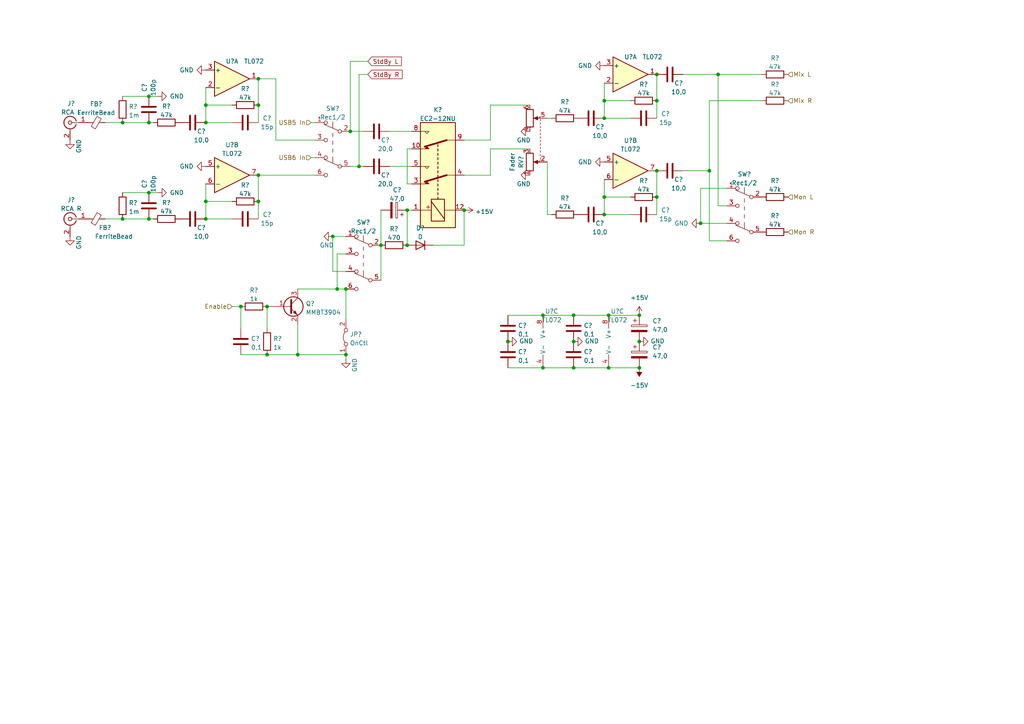
<source format=kicad_sch>
(kicad_sch (version 20211123) (generator eeschema)
  (paper "A4")
  (lib_symbols
    (symbol "Amplifier_Operational:TL072" (pin_names (offset 0.127))
      (property "Reference" "U" (at 0 5.08 0))
      (property "Value" "TL072" (at 0 -5.08 0))
      (symbol "TL072_1_1"
        (polyline (pts (xy -5.08 5.08) (xy 5.08 0) (xy -5.08 -5.08) (xy -5.08 5.08)) (stroke (width 0.254)) (fill (type background)))
        (pin output line (at 7.62 0 180) (length 2.54) (name "~") (number "1"))
        (pin input line (at -7.62 -2.54 0) (length 2.54) (name "-") (number "2"))
        (pin input line (at -7.62 2.54 0) (length 2.54) (name "+") (number "3"))
      )
      (symbol "TL072_2_1"
        (polyline (pts (xy -5.08 5.08) (xy 5.08 0) (xy -5.08 -5.08) (xy -5.08 5.08)) (stroke (width 0.254)) (fill (type background)))
        (pin input line (at -7.62 2.54 0) (length 2.54) (name "+") (number "5"))
        (pin input line (at -7.62 -2.54 0) (length 2.54) (name "-") (number "6"))
        (pin output line (at 7.62 0 180) (length 2.54) (name "~") (number "7"))
      )
      (symbol "TL072_3_1"
        (pin power_in line (at -2.54 -7.62 90) (length 3.81) (name "V-") (number "4"))
        (pin power_in line (at -2.54 7.62 270) (length 3.81) (name "V+") (number "8"))
      )
    )
    (symbol "Connector:Conn_Coaxial" (pin_names (offset 1.016) hide)
      (property "Reference" "J" (at 0.254 3.048 0))
      (property "Value" "Conn_Coaxial" (at 2.921 0 90))
      (symbol "Conn_Coaxial_0_1"
        (arc (start -1.778 -0.508) (mid 0.2311 -1.8066) (end 1.778 0) (stroke (width 0.254)))
        (polyline (pts (xy -2.54 0) (xy -0.508 0)))
        (polyline (pts (xy 0 -2.54) (xy 0 -1.778)))
        (circle (center 0 0) (radius 0.508) (stroke (width 0.2032)))
        (arc (start 1.778 0) (mid 0.2099 1.8101) (end -1.778 0.508) (stroke (width 0.254)))
      )
      (symbol "Conn_Coaxial_1_1"
        (pin passive line (at -5.08 0 0) (length 2.54) (name "In") (number "1"))
        (pin passive line (at 0 -5.08 90) (length 2.54) (name "Ext") (number "2"))
      )
    )
    (symbol "Device:C" (pin_numbers hide) (pin_names (offset 0.254))
      (property "Reference" "C" (at 0.635 2.54 0))
      (property "Value" "C" (at 0.635 -2.54 0))
      (symbol "C_0_1"
        (polyline (pts (xy -2.032 -0.762) (xy 2.032 -0.762)) (stroke (width 0.508)))
        (polyline (pts (xy -2.032 0.762) (xy 2.032 0.762)) (stroke (width 0.508)))
      )
      (symbol "C_1_1"
        (pin passive line (at 0 3.81 270) (length 2.794) (name "~") (number "1"))
        (pin passive line (at 0 -3.81 90) (length 2.794) (name "~") (number "2"))
      )
    )
    (symbol "Device:C_Polarized" (pin_numbers hide) (pin_names (offset 0.254))
      (property "Reference" "C" (at 0.635 2.54 0))
      (property "Value" "C_Polarized" (at 0.635 -2.54 0))
      (symbol "C_Polarized_0_1"
        (rectangle (start -2.286 0.508) (end 2.286 1.016))
        (polyline (pts (xy -1.778 2.286) (xy -0.762 2.286)))
        (polyline (pts (xy -1.27 2.794) (xy -1.27 1.778)))
        (rectangle (start 2.286 -0.508) (end -2.286 -1.016) (fill (type outline)))
      )
      (symbol "C_Polarized_1_1"
        (pin passive line (at 0 3.81 270) (length 2.794) (name "~") (number "1"))
        (pin passive line (at 0 -3.81 90) (length 2.794) (name "~") (number "2"))
      )
    )
    (symbol "Device:D" (pin_numbers hide) (pin_names (offset 1.016) hide)
      (property "Reference" "D" (at 0 2.54 0))
      (property "Value" "D" (at 0 -2.54 0))
      (symbol "D_0_1"
        (polyline (pts (xy -1.27 1.27) (xy -1.27 -1.27)) (stroke (width 0.254)))
        (polyline (pts (xy 1.27 0) (xy -1.27 0)))
        (polyline (pts (xy 1.27 1.27) (xy 1.27 -1.27) (xy -1.27 0) (xy 1.27 1.27)) (stroke (width 0.254)))
      )
      (symbol "D_1_1"
        (pin passive line (at -3.81 0 0) (length 2.54) (name "K") (number "1"))
        (pin passive line (at 3.81 0 180) (length 2.54) (name "A") (number "2"))
      )
    )
    (symbol "Device:FerriteBead_Small" (pin_numbers hide) (pin_names (offset 0))
      (property "Reference" "FB" (at 1.905 1.27 0))
      (property "Value" "FerriteBead_Small" (at 1.905 -1.27 0))
      (symbol "FerriteBead_Small_0_1"
        (polyline (pts (xy 0 -1.27) (xy 0 -0.7874)))
        (polyline (pts (xy 0 0.889) (xy 0 1.2954)))
        (polyline (pts (xy -1.8288 0.2794) (xy -1.1176 1.4986) (xy 1.8288 -0.2032) (xy 1.1176 -1.4224) (xy -1.8288 0.2794)))
      )
      (symbol "FerriteBead_Small_1_1"
        (pin passive line (at 0 2.54 270) (length 1.27) (name "~") (number "1"))
        (pin passive line (at 0 -2.54 90) (length 1.27) (name "~") (number "2"))
      )
    )
    (symbol "Device:R" (pin_numbers hide) (pin_names (offset 0))
      (property "Reference" "R" (at 2.032 0 90))
      (property "Value" "R" (at 0 0 90))
      (symbol "R_0_1"
        (rectangle (start -1.016 -2.54) (end 1.016 2.54) (stroke (width 0.254)))
      )
      (symbol "R_1_1"
        (pin passive line (at 0 3.81 270) (length 1.27) (name "~") (number "1"))
        (pin passive line (at 0 -3.81 90) (length 1.27) (name "~") (number "2"))
      )
    )
    (symbol "Device:R_Potentiometer_Dual" (pin_names (offset 1.016) hide)
      (property "Reference" "RV" (at 0 3.81 0))
      (property "Value" "R_Potentiometer_Dual" (at 0 1.905 0))
      (symbol "R_Potentiometer_Dual_0_1"
        (rectangle (start -8.89 -1.524) (end -3.81 -3.556) (stroke (width 0.254)))
        (polyline (pts (xy -6.35 0) (xy -6.35 -1.016)))
        (polyline (pts (xy -6.35 0) (xy -6.35 -1.016)))
        (polyline (pts (xy -6.35 0) (xy -5.842 0.508)))
        (polyline (pts (xy -5.588 0.508) (xy -5.08 0.508)))
        (polyline (pts (xy -4.572 0.508) (xy -4.064 0.508)))
        (polyline (pts (xy -3.556 0.508) (xy -3.048 0.508)))
        (polyline (pts (xy -2.54 0.508) (xy -2.032 0.508)))
        (polyline (pts (xy -1.524 0.508) (xy -1.016 0.508)))
        (polyline (pts (xy -0.508 0.508) (xy 0 0.508)))
        (polyline (pts (xy 0.508 0.508) (xy 1.016 0.508)))
        (polyline (pts (xy 1.524 0.508) (xy 2.032 0.508)))
        (polyline (pts (xy 2.54 0.508) (xy 3.048 0.508)))
        (polyline (pts (xy 3.556 0.508) (xy 4.064 0.508)))
        (polyline (pts (xy 4.572 0.508) (xy 5.08 0.508)))
        (polyline (pts (xy 5.588 0.508) (xy 6.096 0.508)))
        (polyline (pts (xy 6.35 0) (xy 6.35 -1.016)))
        (polyline (pts (xy 6.35 0) (xy 6.35 -1.016)))
        (polyline (pts (xy 6.604 0.508) (xy 6.858 0.508) (xy 6.35 0)))
        (polyline (pts (xy -6.35 -1.397) (xy -6.858 -0.254) (xy -5.842 -0.254) (xy -6.35 -1.397)) (fill (type outline)))
        (polyline (pts (xy 6.35 -1.397) (xy 5.842 -0.254) (xy 6.858 -0.254) (xy 6.35 -1.397)) (fill (type outline)))
        (rectangle (start 3.81 -1.524) (end 8.89 -3.556) (stroke (width 0.254)))
      )
      (symbol "R_Potentiometer_Dual_1_1"
        (pin passive line (at -10.16 -2.54 0) (length 1.27) (name "1") (number "1"))
        (pin passive line (at -6.35 2.54 270) (length 2.54) (name "2") (number "2"))
        (pin passive line (at -2.54 -2.54 180) (length 1.27) (name "3") (number "3"))
        (pin passive line (at 2.54 -2.54 0) (length 1.27) (name "4") (number "4"))
        (pin passive line (at 6.35 2.54 270) (length 2.54) (name "5") (number "5"))
        (pin passive line (at 10.16 -2.54 180) (length 1.27) (name "6") (number "6"))
      )
    )
    (symbol "Jumper:Jumper_2_Bridged" (pin_names (offset 0) hide)
      (property "Reference" "JP" (at 0 1.905 0))
      (property "Value" "Jumper_2_Bridged" (at 0 -2.54 0))
      (symbol "Jumper_2_Bridged_0_0"
        (circle (center -2.032 0) (radius 0.508))
        (circle (center 2.032 0) (radius 0.508))
      )
      (symbol "Jumper_2_Bridged_0_1"
        (arc (start 1.524 0.254) (mid 0 0.762) (end -1.524 0.254))
      )
      (symbol "Jumper_2_Bridged_1_1"
        (pin passive line (at -5.08 0 0) (length 2.54) (name "A") (number "1"))
        (pin passive line (at 5.08 0 180) (length 2.54) (name "B") (number "2"))
      )
    )
    (symbol "Relay:EC2-12NU"
      (property "Reference" "K" (at 15.24 8.89 0))
      (property "Value" "EC2-12NU" (at 19.05 6.35 0))
      (symbol "EC2-12NU_1_1"
        (rectangle (start -15.24 5.08) (end 15.24 -5.08) (stroke (width 0.254)) (fill (type background)))
        (rectangle (start -13.335 1.905) (end -6.985 -1.905) (stroke (width 0.254)))
        (polyline (pts (xy -12.7 -1.905) (xy -7.62 1.905)) (stroke (width 0.254)))
        (polyline (pts (xy -10.16 -5.08) (xy -10.16 -1.905)))
        (polyline (pts (xy -10.16 5.08) (xy -10.16 1.905)))
        (polyline (pts (xy -6.985 0) (xy -6.35 0)) (stroke (width 0.254)))
        (polyline (pts (xy -5.715 0) (xy -5.08 0)) (stroke (width 0.254)))
        (polyline (pts (xy -4.445 0) (xy -3.81 0)) (stroke (width 0.254)))
        (polyline (pts (xy -3.175 0) (xy -2.54 0)) (stroke (width 0.254)))
        (polyline (pts (xy -1.905 0) (xy -1.27 0)) (stroke (width 0.254)))
        (polyline (pts (xy -0.635 0) (xy 0 0)) (stroke (width 0.254)))
        (polyline (pts (xy 0 -2.54) (xy -1.905 3.81)) (stroke (width 0.508)))
        (polyline (pts (xy 0 -2.54) (xy 0 -5.08)))
        (polyline (pts (xy 0.635 0) (xy 1.27 0)) (stroke (width 0.254)))
        (polyline (pts (xy 1.905 0) (xy 2.54 0)) (stroke (width 0.254)))
        (polyline (pts (xy 3.175 0) (xy 3.81 0)) (stroke (width 0.254)))
        (polyline (pts (xy 4.445 0) (xy 5.08 0)) (stroke (width 0.254)))
        (polyline (pts (xy 5.715 0) (xy 6.35 0)) (stroke (width 0.254)))
        (polyline (pts (xy 6.985 0) (xy 7.62 0)) (stroke (width 0.254)))
        (polyline (pts (xy 8.255 0) (xy 8.89 0)) (stroke (width 0.254)))
        (polyline (pts (xy 10.16 -2.54) (xy 8.255 3.81)) (stroke (width 0.508)))
        (polyline (pts (xy 10.16 -2.54) (xy 10.16 -5.08)))
        (polyline (pts (xy -2.54 5.08) (xy -2.54 2.54) (xy -1.905 3.175) (xy -2.54 3.81)) (fill (type outline)))
        (polyline (pts (xy 2.54 5.08) (xy 2.54 2.54) (xy 1.905 3.175) (xy 2.54 3.81)))
        (polyline (pts (xy 7.62 5.08) (xy 7.62 2.54) (xy 8.255 3.175) (xy 7.62 3.81)) (fill (type outline)))
        (polyline (pts (xy 12.7 5.08) (xy 12.7 2.54) (xy 12.065 3.175) (xy 12.7 3.81)))
        (text "+" (at -9.271 2.921 0) (effects (font (size 1.27 1.27))))
        (pin passive line (at -10.16 7.62 270) (length 2.54) (name "~") (number "1"))
        (pin passive line (at 7.62 7.62 270) (length 2.54) (name "~") (number "10"))
        (pin passive line (at -10.16 -7.62 90) (length 2.54) (name "~") (number "12"))
        (pin passive line (at -2.54 7.62 270) (length 2.54) (name "~") (number "3"))
        (pin passive line (at 0 -7.62 90) (length 2.54) (name "~") (number "4"))
        (pin passive line (at 2.54 7.62 270) (length 2.54) (name "~") (number "5"))
        (pin passive line (at 12.7 7.62 270) (length 2.54) (name "~") (number "8"))
        (pin passive line (at 10.16 -7.62 90) (length 2.54) (name "~") (number "9"))
      )
    )
    (symbol "Switch:SW_Push_DPDT" (pin_names (offset 0) hide)
      (property "Reference" "SW" (at 0 8.89 0))
      (property "Value" "SW_Push_DPDT" (at 0 -10.16 0))
      (symbol "SW_Push_DPDT_0_0"
        (circle (center -2.032 -5.08) (radius 0.508))
        (circle (center -2.032 5.08) (radius 0.508))
        (circle (center 2.032 -7.62) (radius 0.508))
        (circle (center 2.032 2.54) (radius 0.508))
      )
      (symbol "SW_Push_DPDT_0_1"
        (polyline (pts (xy -1.524 -4.826) (xy 2.54 -3.048)))
        (polyline (pts (xy -1.524 5.334) (xy 2.54 7.112)))
        (polyline (pts (xy 0 -2.286) (xy 0 -4.064)))
        (polyline (pts (xy 0 -1.016) (xy 0 0)))
        (polyline (pts (xy 0 1.27) (xy 0 2.286)))
        (polyline (pts (xy 0 3.556) (xy 0 4.572)))
        (polyline (pts (xy 0 7.874) (xy 0 6.096)))
        (circle (center 2.032 -2.54) (radius 0.508))
        (circle (center 2.032 7.62) (radius 0.508))
      )
      (symbol "SW_Push_DPDT_1_1"
        (pin passive line (at 5.08 7.62 180) (length 2.54) (name "A") (number "1"))
        (pin passive line (at -5.08 5.08 0) (length 2.54) (name "B") (number "2"))
        (pin passive line (at 5.08 2.54 180) (length 2.54) (name "C") (number "3"))
        (pin passive line (at 5.08 -2.54 180) (length 2.54) (name "A") (number "4"))
        (pin passive line (at -5.08 -5.08 0) (length 2.54) (name "B") (number "5"))
        (pin passive line (at 5.08 -7.62 180) (length 2.54) (name "C") (number "6"))
      )
    )
    (symbol "Transistor_BJT:MMBT3904" (pin_names (offset 0) hide)
      (property "Reference" "Q" (at 5.08 1.905 0))
      (property "Value" "MMBT3904" (at 5.08 0 0))
      (symbol "MMBT3904_0_1"
        (polyline (pts (xy 0.635 0.635) (xy 2.54 2.54)))
        (polyline (pts (xy 0.635 -0.635) (xy 2.54 -2.54) (xy 2.54 -2.54)))
        (polyline (pts (xy 0.635 1.905) (xy 0.635 -1.905) (xy 0.635 -1.905)) (stroke (width 0.508)))
        (polyline (pts (xy 1.27 -1.778) (xy 1.778 -1.27) (xy 2.286 -2.286) (xy 1.27 -1.778) (xy 1.27 -1.778)) (fill (type outline)))
        (circle (center 1.27 0) (radius 2.8194) (stroke (width 0.254)))
      )
      (symbol "MMBT3904_1_1"
        (pin input line (at -5.08 0 0) (length 5.715) (name "B") (number "1"))
        (pin passive line (at 2.54 -5.08 90) (length 2.54) (name "E") (number "2"))
        (pin passive line (at 2.54 5.08 270) (length 2.54) (name "C") (number "3"))
      )
    )
    (symbol "power:+15V" (power) (pin_names (offset 0))
      (property "Value" "+15V" (at 0 3.556 0))
      (symbol "+15V_0_1"
        (polyline (pts (xy -0.762 1.27) (xy 0 2.54)))
        (polyline (pts (xy 0 0) (xy 0 2.54)))
        (polyline (pts (xy 0 2.54) (xy 0.762 1.27)))
      )
      (symbol "+15V_1_1"
        (pin power_in line (at 0 0 90) (length 0) hide (name "+15V") (number "1"))
      )
    )
    (symbol "power:-15V" (power) (pin_names (offset 0))
      (property "Value" "-15V" (at 0 3.81 0))
      (symbol "-15V_0_0"
        (pin power_in line (at 0 0 90) (length 0) hide (name "-15V") (number "1"))
      )
      (symbol "-15V_0_1"
        (polyline (pts (xy 0 0) (xy 0 1.27) (xy 0.762 1.27) (xy 0 2.54) (xy -0.762 1.27) (xy 0 1.27)) (fill (type outline)))
      )
    )
    (symbol "power:GND" (power) (pin_names (offset 0))
      (property "Value" "GND" (at 0 -3.81 0))
      (symbol "GND_0_1"
        (polyline (pts (xy 0 0) (xy 0 -1.27) (xy 1.27 -1.27) (xy 0 -2.54) (xy -1.27 -1.27) (xy 0 -1.27)))
      )
      (symbol "GND_1_1"
        (pin power_in line (at 0 0 270) (length 0) hide (name "GND") (number "1"))
      )
    )
  )
  (junction (at 59.69 30.48))
  (junction (at 43.18 63.5))
  (junction (at 175.26 62.23))
  (junction (at 118.11 60.96))
  (junction (at 101.6 38.1))
  (junction (at 86.36 102.87))
  (junction (at 77.47 88.9))
  (junction (at 175.26 29.21))
  (junction (at 97.79 83.82))
  (junction (at 185.42 99.06))
  (junction (at 190.5 29.21))
  (junction (at 134.62 60.96))
  (junction (at 190.5 21.59))
  (junction (at 205.74 49.53))
  (junction (at 190.5 57.15))
  (junction (at 96.52 68.58))
  (junction (at 43.18 35.56))
  (junction (at 100.33 102.87))
  (junction (at 185.42 106.68))
  (junction (at 59.69 35.56))
  (junction (at 166.37 106.68))
  (junction (at 77.47 102.87))
  (junction (at 74.93 22.86))
  (junction (at 185.42 91.44))
  (junction (at 157.48 91.44))
  (junction (at 176.53 91.44))
  (junction (at 43.18 27.94))
  (junction (at 74.93 30.48))
  (junction (at 208.28 21.59))
  (junction (at 203.2 64.77))
  (junction (at 104.14 48.26))
  (junction (at 35.56 35.56))
  (junction (at 69.85 88.9))
  (junction (at 147.32 99.06))
  (junction (at 190.5 49.53))
  (junction (at 110.49 71.12))
  (junction (at 74.93 50.8))
  (junction (at 166.37 99.06))
  (junction (at 74.93 58.42))
  (junction (at 166.37 91.44))
  (junction (at 157.48 106.68))
  (junction (at 175.26 34.29))
  (junction (at 175.26 57.15))
  (junction (at 100.33 83.82))
  (junction (at 176.53 106.68))
  (junction (at 35.56 63.5))
  (junction (at 59.69 58.42))
  (junction (at 43.18 55.88))
  (junction (at 118.11 71.12))
  (junction (at 59.69 63.5))
  (wire (pts (xy 190.5 29.21) (xy 190.5 34.29)))
  (wire (pts (xy 166.37 91.44) (xy 176.53 91.44)))
  (wire (pts (xy 182.88 34.29) (xy 175.26 34.29)))
  (wire (pts (xy 106.68 21.59) (xy 104.14 21.59)))
  (wire (pts (xy 67.31 35.56) (xy 59.69 35.56)))
  (wire (pts (xy 205.74 69.85) (xy 205.74 49.53)))
  (wire (pts (xy 205.74 29.21) (xy 205.74 49.53)))
  (wire (pts (xy 118.11 43.18) (xy 118.11 53.34)))
  (wire (pts (xy 35.56 63.5) (xy 43.18 63.5)))
  (wire (pts (xy 158.75 34.29) (xy 160.02 34.29)))
  (wire (pts (xy 105.41 38.1) (xy 101.6 38.1)))
  (wire (pts (xy 67.31 88.9) (xy 69.85 88.9)))
  (wire (pts (xy 74.93 50.8) (xy 91.44 50.8)))
  (wire (pts (xy 158.75 46.99) (xy 158.75 62.23)))
  (wire (pts (xy 176.53 106.68) (xy 185.42 106.68)))
  (wire (pts (xy 74.93 30.48) (xy 74.93 35.56)))
  (wire (pts (xy 203.2 64.77) (xy 210.82 64.77)))
  (wire (pts (xy 77.47 102.87) (xy 86.36 102.87)))
  (wire (pts (xy 100.33 83.82) (xy 100.33 92.71)))
  (wire (pts (xy 59.69 30.48) (xy 59.69 25.4)))
  (wire (pts (xy 157.48 106.68) (xy 166.37 106.68)))
  (wire (pts (xy 175.26 57.15) (xy 175.26 52.07)))
  (wire (pts (xy 35.56 55.88) (xy 43.18 55.88)))
  (wire (pts (xy 97.79 73.66) (xy 97.79 83.82)))
  (wire (pts (xy 190.5 21.59) (xy 190.5 29.21)))
  (wire (pts (xy 153.67 30.48) (xy 142.24 30.48)))
  (wire (pts (xy 113.03 38.1) (xy 119.38 38.1)))
  (wire (pts (xy 106.68 17.78) (xy 101.6 17.78)))
  (wire (pts (xy 182.88 29.21) (xy 175.26 29.21)))
  (wire (pts (xy 113.03 48.26) (xy 119.38 48.26)))
  (wire (pts (xy 153.67 43.18) (xy 142.24 43.18)))
  (wire (pts (xy 100.33 73.66) (xy 97.79 73.66)))
  (wire (pts (xy 190.5 57.15) (xy 190.5 62.23)))
  (wire (pts (xy 86.36 83.82) (xy 97.79 83.82)))
  (wire (pts (xy 96.52 68.58) (xy 100.33 68.58)))
  (wire (pts (xy 166.37 106.68) (xy 176.53 106.68)))
  (wire (pts (xy 110.49 60.96) (xy 110.49 71.12)))
  (wire (pts (xy 74.93 50.8) (xy 74.93 58.42)))
  (wire (pts (xy 59.69 35.56) (xy 59.69 30.48)))
  (wire (pts (xy 104.14 21.59) (xy 104.14 48.26)))
  (wire (pts (xy 210.82 59.69) (xy 208.28 59.69)))
  (wire (pts (xy 142.24 50.8) (xy 134.62 50.8)))
  (wire (pts (xy 101.6 17.78) (xy 101.6 38.1)))
  (wire (pts (xy 176.53 91.44) (xy 185.42 91.44)))
  (wire (pts (xy 175.26 29.21) (xy 175.26 24.13)))
  (wire (pts (xy 198.12 21.59) (xy 208.28 21.59)))
  (wire (pts (xy 104.14 48.26) (xy 101.6 48.26)))
  (wire (pts (xy 69.85 88.9) (xy 69.85 95.25)))
  (wire (pts (xy 69.85 102.87) (xy 77.47 102.87)))
  (wire (pts (xy 147.32 106.68) (xy 157.48 106.68)))
  (wire (pts (xy 80.01 22.86) (xy 74.93 22.86)))
  (wire (pts (xy 142.24 30.48) (xy 142.24 40.64)))
  (wire (pts (xy 43.18 55.88) (xy 45.72 55.88)))
  (wire (pts (xy 110.49 71.12) (xy 110.49 81.28)))
  (wire (pts (xy 67.31 30.48) (xy 59.69 30.48)))
  (wire (pts (xy 118.11 53.34) (xy 119.38 53.34)))
  (wire (pts (xy 59.69 58.42) (xy 59.69 53.34)))
  (wire (pts (xy 147.32 91.44) (xy 157.48 91.44)))
  (wire (pts (xy 86.36 102.87) (xy 100.33 102.87)))
  (wire (pts (xy 35.56 27.94) (xy 43.18 27.94)))
  (wire (pts (xy 158.75 62.23) (xy 160.02 62.23)))
  (wire (pts (xy 119.38 43.18) (xy 118.11 43.18)))
  (wire (pts (xy 91.44 35.56) (xy 90.17 35.56)))
  (wire (pts (xy 190.5 49.53) (xy 190.5 57.15)))
  (wire (pts (xy 100.33 104.14) (xy 100.33 102.87)))
  (wire (pts (xy 97.79 83.82) (xy 100.33 83.82)))
  (wire (pts (xy 30.48 63.5) (xy 35.56 63.5)))
  (wire (pts (xy 67.31 63.5) (xy 59.69 63.5)))
  (wire (pts (xy 59.69 63.5) (xy 59.69 58.42)))
  (wire (pts (xy 142.24 40.64) (xy 134.62 40.64)))
  (wire (pts (xy 35.56 35.56) (xy 43.18 35.56)))
  (wire (pts (xy 91.44 40.64) (xy 80.01 40.64)))
  (wire (pts (xy 175.26 34.29) (xy 175.26 29.21)))
  (wire (pts (xy 175.26 62.23) (xy 175.26 57.15)))
  (wire (pts (xy 67.31 58.42) (xy 59.69 58.42)))
  (wire (pts (xy 134.62 71.12) (xy 134.62 60.96)))
  (wire (pts (xy 208.28 21.59) (xy 220.98 21.59)))
  (wire (pts (xy 203.2 54.61) (xy 203.2 64.77)))
  (wire (pts (xy 118.11 60.96) (xy 118.11 71.12)))
  (wire (pts (xy 210.82 54.61) (xy 203.2 54.61)))
  (wire (pts (xy 182.88 57.15) (xy 175.26 57.15)))
  (wire (pts (xy 77.47 88.9) (xy 78.74 88.9)))
  (wire (pts (xy 220.98 29.21) (xy 205.74 29.21)))
  (wire (pts (xy 96.52 78.74) (xy 96.52 68.58)))
  (wire (pts (xy 125.73 71.12) (xy 134.62 71.12)))
  (wire (pts (xy 208.28 59.69) (xy 208.28 21.59)))
  (wire (pts (xy 86.36 93.98) (xy 86.36 102.87)))
  (wire (pts (xy 142.24 43.18) (xy 142.24 50.8)))
  (wire (pts (xy 157.48 91.44) (xy 166.37 91.44)))
  (wire (pts (xy 119.38 60.96) (xy 118.11 60.96)))
  (wire (pts (xy 205.74 49.53) (xy 198.12 49.53)))
  (wire (pts (xy 74.93 58.42) (xy 74.93 63.5)))
  (wire (pts (xy 43.18 27.94) (xy 45.72 27.94)))
  (wire (pts (xy 105.41 48.26) (xy 104.14 48.26)))
  (wire (pts (xy 100.33 78.74) (xy 96.52 78.74)))
  (wire (pts (xy 43.18 35.56) (xy 44.45 35.56)))
  (wire (pts (xy 30.48 35.56) (xy 35.56 35.56)))
  (wire (pts (xy 182.88 62.23) (xy 175.26 62.23)))
  (wire (pts (xy 74.93 22.86) (xy 74.93 30.48)))
  (wire (pts (xy 80.01 40.64) (xy 80.01 22.86)))
  (wire (pts (xy 43.18 63.5) (xy 44.45 63.5)))
  (wire (pts (xy 77.47 95.25) (xy 77.47 88.9)))
  (wire (pts (xy 210.82 69.85) (xy 205.74 69.85)))
  (wire (pts (xy 91.44 45.72) (xy 90.17 45.72)))
  (global_label "StdBy L" (shape input) (at 106.68 17.78 0) (property "Intersheet References" "${INTERSHEET_REFS}" (effects hide)))
  (global_label "StdBy R" (shape input) (at 106.68 21.59 0) (property "Intersheet References" "${INTERSHEET_REFS}" (effects hide)))
  (hierarchical_label "Enable" (shape input) (at 67.31 88.9 180))
  (hierarchical_label "USB6 In" (shape input) (at 90.17 45.72 180))
  (hierarchical_label "USB5 In" (shape input) (at 90.17 35.56 180))
  (hierarchical_label "Mon L" (shape input) (at 228.6 57.15 0))
  (hierarchical_label "Mon R" (shape input) (at 228.6 67.31 0))
  (hierarchical_label "Mix R" (shape input) (at 228.6 29.21 0))
  (hierarchical_label "Mix L" (shape input) (at 228.6 21.59 0))
  (symbol (lib_id "Amplifier_Operational:TL072") (at 160.02 99.06 0) (unit 3)
    (property "Reference" "U?" (at 160.02 90.2802 0))
    (property "Value" "TL072" (at 160.02 92.8171 0))
    (property "Footprint" "Package_DIP:DIP-8_W7.62mm_LongPads" (effects hide))
    (property "Datasheet" "http://www.ti.com/lit/ds/symlink/tl071.pdf" (effects hide))
  )
  (symbol (lib_id "Device:C") (at 166.37 102.87 180) (unit 1)
    (property "Reference" "C?" (at 169.291 102.0353 0) (effects (justify right)))
    (property "Value" "0,1" (at 169.291 104.5722 0) (effects (justify right)))
    (property "Footprint" "Capacitor_SMD:C_1206_3216Metric_Pad1.33x1.80mm_HandSolder" (effects hide))
  )
  (symbol (lib_id "Device:R") (at 77.47 99.06 180) (unit 1)
    (property "Reference" "R?" (at 79.248 98.2253 0) (effects (justify right)))
    (property "Value" "1k" (at 79.248 100.7622 0) (effects (justify right)))
    (property "Footprint" "Resistor_SMD:R_1206_3216Metric_Pad1.30x1.75mm_HandSolder" (effects hide))
  )
  (symbol (lib_id "power:+15V") (at 185.42 91.44 0) (unit 1)
    (property "Reference" "#PWR?" (effects hide))
    (property "Value" "+15V" (at 185.42 86.36 0))
  )
  (symbol (lib_id "Device:R") (at 48.26 63.5 90) (unit 1)
    (property "Reference" "R?" (at 48.26 58.7842 90))
    (property "Value" "47k" (at 48.26 61.3211 90))
    (property "Footprint" "Resistor_SMD:R_1206_3216Metric_Pad1.30x1.75mm_HandSolder" (effects hide))
  )
  (symbol (lib_id "Device:R") (at 224.79 29.21 90) (unit 1)
    (property "Reference" "R?" (at 224.79 24.4942 90))
    (property "Value" "47k" (at 224.79 27.0311 90))
    (property "Footprint" "Resistor_SMD:R_1206_3216Metric_Pad1.30x1.75mm_HandSolder" (effects hide))
  )
  (symbol (lib_id "Device:R") (at 186.69 57.15 90) (unit 1)
    (property "Reference" "R?" (at 186.69 52.4342 90))
    (property "Value" "47k" (at 186.69 54.9711 90))
    (property "Footprint" "Resistor_SMD:R_1206_3216Metric_Pad1.30x1.75mm_HandSolder" (effects hide))
  )
  (symbol (lib_id "power:GND") (at 175.26 46.99 270) (unit 1)
    (property "Reference" "#PWR?" (effects hide))
    (property "Value" "GND" (at 167.64 46.99 90) (effects (justify left)))
  )
  (symbol (lib_id "power:GND") (at 147.32 99.06 90) (unit 1)
    (property "Reference" "#PWR?" (effects hide))
    (property "Value" "GND" (at 150.5712 98.933 90) (effects (justify right)))
  )
  (symbol (lib_id "Device:R") (at 73.66 88.9 270) (unit 1)
    (property "Reference" "R?" (at 73.66 84.1842 90))
    (property "Value" "1k" (at 73.66 86.7211 90))
    (property "Footprint" "Resistor_SMD:R_1206_3216Metric_Pad1.30x1.75mm_HandSolder" (effects hide))
  )
  (symbol (lib_id "power:-15V") (at 185.42 106.68 180) (unit 1)
    (property "Reference" "#PWR?" (effects hide))
    (property "Value" "-15V" (at 185.42 111.76 0))
  )
  (symbol (lib_id "Device:C") (at 109.22 48.26 90) (unit 1)
    (property "Reference" "C?" (at 111.76 50.8 90))
    (property "Value" "20,0" (at 111.76 53.34 90))
    (property "Footprint" "Capacitor_SMD:C_1206_3216Metric_Pad1.33x1.80mm_HandSolder" (effects hide))
  )
  (symbol (lib_id "power:GND") (at 203.2 64.77 270) (unit 1)
    (property "Reference" "#PWR?" (effects hide))
    (property "Value" "GND" (at 195.58 64.77 90) (effects (justify left)))
  )
  (symbol (lib_id "Device:C") (at 69.85 99.06 180) (unit 1)
    (property "Reference" "C?" (at 72.771 98.2253 0) (effects (justify right)))
    (property "Value" "0,1" (at 72.771 100.7622 0) (effects (justify right)))
    (property "Footprint" "Capacitor_SMD:C_1206_3216Metric_Pad1.33x1.80mm_HandSolder" (effects hide))
  )
  (symbol (lib_id "Device:FerriteBead_Small") (at 27.94 35.56 90) (unit 1)
    (property "Reference" "FB?" (at 27.9019 30.1584 90))
    (property "Value" "FerriteBead" (at 27.9019 32.6953 90))
  )
  (symbol (lib_id "Device:C") (at 43.18 31.75 180) (unit 1)
    (property "Reference" "C?" (at 41.91 25.4 90))
    (property "Value" "100p" (at 44.45 25.4 90))
    (property "Footprint" "Capacitor_THT:C_Disc_D5.0mm_W2.5mm_P2.50mm" (effects hide))
  )
  (symbol (lib_id "power:GND") (at 153.67 50.8 270) (unit 1)
    (property "Reference" "#PWR?" (effects hide))
    (property "Value" "GND" (at 149.86 53.34 90) (effects (justify left)))
  )
  (symbol (lib_id "power:GND") (at 175.26 19.05 270) (unit 1)
    (property "Reference" "#PWR?" (effects hide))
    (property "Value" "GND" (at 167.64 19.05 90) (effects (justify left)))
  )
  (symbol (lib_id "Device:R") (at 48.26 35.56 90) (unit 1)
    (property "Reference" "R?" (at 48.26 30.8442 90))
    (property "Value" "47k" (at 48.26 33.3811 90))
    (property "Footprint" "Resistor_SMD:R_1206_3216Metric_Pad1.30x1.75mm_HandSolder" (effects hide))
  )
  (symbol (lib_id "power:GND") (at 45.72 27.94 90) (unit 1)
    (property "Reference" "#PWR?" (effects hide))
    (property "Value" "GND" (at 53.34 27.94 90) (effects (justify left)))
  )
  (symbol (lib_id "Relay:EC2-12NU") (at 127 50.8 90) (unit 1)
    (property "Reference" "K?" (at 127 31.8602 90))
    (property "Value" "EC2-12NU" (at 127 34.3971 90))
    (property "Footprint" "Relay_THT:Relay_DPDT_Kemet_EC2" (effects hide))
    (property "Datasheet" "https://content.kemet.com/datasheets/KEM_R7002_EC2_EE2.pdf" (effects hide))
  )
  (symbol (lib_id "Device:C") (at 147.32 95.25 180) (unit 1)
    (property "Reference" "C?" (at 150.241 94.4153 0) (effects (justify right)))
    (property "Value" "0,1" (at 150.241 96.9522 0) (effects (justify right)))
    (property "Footprint" "Capacitor_SMD:C_1206_3216Metric_Pad1.33x1.80mm_HandSolder" (effects hide))
  )
  (symbol (lib_id "power:GND") (at 20.32 68.58 0) (unit 1)
    (property "Reference" "#PWR?" (effects hide))
    (property "Value" "GND" (at 22.86 72.39 90) (effects (justify left)))
  )
  (symbol (lib_id "power:GND") (at 166.37 99.06 90) (unit 1)
    (property "Reference" "#PWR?" (effects hide))
    (property "Value" "GND" (at 169.6212 98.933 90) (effects (justify right)))
  )
  (symbol (lib_id "Device:C") (at 171.45 62.23 90) (unit 1)
    (property "Reference" "C?" (at 173.99 64.77 90))
    (property "Value" "10,0" (at 173.99 67.31 90))
    (property "Footprint" "Capacitor_SMD:C_0805_2012Metric_Pad1.18x1.45mm_HandSolder" (effects hide))
  )
  (symbol (lib_id "Device:FerriteBead_Small") (at 27.94 63.5 90) (unit 1)
    (property "Reference" "FB?" (at 30.48 66.04 90))
    (property "Value" "FerriteBead" (at 33.02 68.58 90))
  )
  (symbol (lib_id "Device:D") (at 121.92 71.12 180) (unit 1)
    (property "Reference" "D?" (at 121.92 66.1502 0))
    (property "Value" "D" (at 121.92 68.6871 0))
  )
  (symbol (lib_id "Device:C") (at 147.32 102.87 180) (unit 1)
    (property "Reference" "C?" (at 150.241 102.0353 0) (effects (justify right)))
    (property "Value" "0,1" (at 150.241 104.5722 0) (effects (justify right)))
    (property "Footprint" "Capacitor_SMD:C_1206_3216Metric_Pad1.33x1.80mm_HandSolder" (effects hide))
  )
  (symbol (lib_id "Switch:SW_Push_DPDT") (at 96.52 43.18 0) (mirror y) (unit 1)
    (property "Reference" "SW?" (at 96.52 31.4792 0))
    (property "Value" "Rec1/2" (at 96.52 34.0161 0))
  )
  (symbol (lib_id "Device:R") (at 186.69 29.21 90) (unit 1)
    (property "Reference" "R?" (at 186.69 24.4942 90))
    (property "Value" "47k" (at 186.69 27.0311 90))
    (property "Footprint" "Resistor_SMD:R_1206_3216Metric_Pad1.30x1.75mm_HandSolder" (effects hide))
  )
  (symbol (lib_id "Device:C") (at 166.37 95.25 180) (unit 1)
    (property "Reference" "C?" (at 169.291 94.4153 0) (effects (justify right)))
    (property "Value" "0,1" (at 169.291 96.9522 0) (effects (justify right)))
    (property "Footprint" "Capacitor_SMD:C_1206_3216Metric_Pad1.33x1.80mm_HandSolder" (effects hide))
  )
  (symbol (lib_id "Connector:Conn_Coaxial") (at 20.32 35.56 0) (mirror y) (unit 1)
    (property "Reference" "J?" (at 20.6374 30.0336 0))
    (property "Value" "RCA L" (at 20.6374 32.5705 0))
    (property "Datasheet" " ~" (effects hide))
  )
  (symbol (lib_id "Device:R_Potentiometer_Dual") (at 156.21 40.64 270) (mirror x) (unit 1)
    (property "Reference" "RV?" (at 151.13 46.99 0))
    (property "Value" "Fader" (at 148.59 46.99 0))
  )
  (symbol (lib_id "power:GND") (at 45.72 55.88 90) (unit 1)
    (property "Reference" "#PWR?" (effects hide))
    (property "Value" "GND" (at 53.34 55.88 90) (effects (justify left)))
  )
  (symbol (lib_id "Device:C") (at 109.22 38.1 90) (unit 1)
    (property "Reference" "C?" (at 111.76 40.64 90))
    (property "Value" "20,0" (at 111.76 43.18 90))
    (property "Footprint" "Capacitor_SMD:C_1206_3216Metric_Pad1.33x1.80mm_HandSolder" (effects hide))
  )
  (symbol (lib_id "Amplifier_Operational:TL072") (at 182.88 21.59 0) (unit 1)
    (property "Reference" "U?" (at 182.88 16.51 0))
    (property "Value" "TL072" (at 189.23 16.51 0))
    (property "Footprint" "Package_DIP:DIP-8_W7.62mm_LongPads" (effects hide))
    (property "Datasheet" "http://www.ti.com/lit/ds/symlink/tl071.pdf" (effects hide))
  )
  (symbol (lib_id "Device:C") (at 71.12 35.56 90) (unit 1)
    (property "Reference" "C?" (at 77.47 34.29 90))
    (property "Value" "15p" (at 77.47 36.83 90))
    (property "Footprint" "Capacitor_THT:C_Disc_D5.0mm_W2.5mm_P2.50mm" (effects hide))
  )
  (symbol (lib_id "power:GND") (at 100.33 104.14 0) (unit 1)
    (property "Reference" "#PWR?" (effects hide))
    (property "Value" "GND" (at 102.87 107.95 90) (effects (justify left)))
  )
  (symbol (lib_id "Device:C") (at 194.31 21.59 90) (unit 1)
    (property "Reference" "C?" (at 196.85 24.13 90))
    (property "Value" "10,0" (at 196.85 26.67 90))
    (property "Footprint" "Capacitor_SMD:C_1206_3216Metric_Pad1.33x1.80mm_HandSolder" (effects hide))
  )
  (symbol (lib_id "Device:R") (at 163.83 62.23 90) (unit 1)
    (property "Reference" "R?" (at 163.83 57.5142 90))
    (property "Value" "47k" (at 163.83 60.0511 90))
    (property "Footprint" "Resistor_SMD:R_1206_3216Metric_Pad1.30x1.75mm_HandSolder" (effects hide))
  )
  (symbol (lib_id "power:GND") (at 20.32 40.64 0) (unit 1)
    (property "Reference" "#PWR?" (effects hide))
    (property "Value" "GND" (at 22.86 44.45 90) (effects (justify left)))
  )
  (symbol (lib_id "Jumper:Jumper_2_Bridged") (at 100.33 97.79 90) (unit 1)
    (property "Reference" "JP?" (at 101.473 96.9553 90) (effects (justify right)))
    (property "Value" "OnCtl" (at 101.473 99.4922 90) (effects (justify right)))
  )
  (symbol (lib_id "Amplifier_Operational:TL072") (at 182.88 49.53 0) (unit 2)
    (property "Reference" "U?" (at 182.88 40.7502 0))
    (property "Value" "TL072" (at 182.88 43.2871 0))
    (property "Footprint" "Package_DIP:DIP-8_W7.62mm_LongPads" (effects hide))
    (property "Datasheet" "http://www.ti.com/lit/ds/symlink/tl071.pdf" (effects hide))
  )
  (symbol (lib_id "power:+15V") (at 134.62 60.96 270) (unit 1)
    (property "Reference" "#PWR?" (effects hide))
    (property "Value" "+15V" (at 137.795 61.3938 90) (effects (justify left)))
  )
  (symbol (lib_id "Device:C") (at 194.31 49.53 90) (unit 1)
    (property "Reference" "C?" (at 196.85 52.07 90))
    (property "Value" "10,0" (at 196.85 54.61 90))
    (property "Footprint" "Capacitor_SMD:C_1206_3216Metric_Pad1.33x1.80mm_HandSolder" (effects hide))
  )
  (symbol (lib_id "Device:C_Polarized") (at 185.42 95.25 0) (unit 1)
    (property "Reference" "C?" (at 189.23 93.0909 0) (effects (justify left)))
    (property "Value" "47,0" (at 189.23 95.6309 0) (effects (justify left)))
    (property "Footprint" "Capacitor_THT:CP_Radial_D6.3mm_P2.50mm" (effects hide))
  )
  (symbol (lib_id "Device:R") (at 224.79 67.31 90) (unit 1)
    (property "Reference" "R?" (at 224.79 62.5942 90))
    (property "Value" "47k" (at 224.79 65.1311 90))
    (property "Footprint" "Resistor_SMD:R_1206_3216Metric_Pad1.30x1.75mm_HandSolder" (effects hide))
  )
  (symbol (lib_id "Amplifier_Operational:TL072") (at 67.31 22.86 0) (unit 1)
    (property "Reference" "U?" (at 67.31 17.78 0))
    (property "Value" "TL072" (at 73.66 17.78 0))
    (property "Footprint" "Package_DIP:DIP-8_W7.62mm_LongPads" (effects hide))
    (property "Datasheet" "http://www.ti.com/lit/ds/symlink/tl071.pdf" (effects hide))
  )
  (symbol (lib_id "Device:R") (at 224.79 21.59 90) (unit 1)
    (property "Reference" "R?" (at 224.79 16.8742 90))
    (property "Value" "47k" (at 224.79 19.4111 90))
    (property "Footprint" "Resistor_SMD:R_1206_3216Metric_Pad1.30x1.75mm_HandSolder" (effects hide))
  )
  (symbol (lib_id "Switch:SW_Push_DPDT") (at 215.9 62.23 0) (mirror y) (unit 1)
    (property "Reference" "SW?" (at 215.9 50.5292 0))
    (property "Value" "Rec1/2" (at 215.9 53.0661 0))
  )
  (symbol (lib_id "Device:R") (at 163.83 34.29 90) (unit 1)
    (property "Reference" "R?" (at 163.83 29.5742 90))
    (property "Value" "47k" (at 163.83 32.1111 90))
    (property "Footprint" "Resistor_SMD:R_1206_3216Metric_Pad1.30x1.75mm_HandSolder" (effects hide))
  )
  (symbol (lib_id "power:GND") (at 59.69 48.26 270) (unit 1)
    (property "Reference" "#PWR?" (effects hide))
    (property "Value" "GND" (at 52.07 48.26 90) (effects (justify left)))
  )
  (symbol (lib_id "Device:C") (at 43.18 59.69 180) (unit 1)
    (property "Reference" "C?" (at 41.91 53.34 90))
    (property "Value" "100p" (at 44.45 53.34 90))
    (property "Footprint" "Capacitor_THT:C_Disc_D5.0mm_W2.5mm_P2.50mm" (effects hide))
  )
  (symbol (lib_id "Device:C") (at 171.45 34.29 90) (unit 1)
    (property "Reference" "C?" (at 173.99 36.83 90))
    (property "Value" "10,0" (at 173.99 39.37 90))
    (property "Footprint" "Capacitor_SMD:C_0805_2012Metric_Pad1.18x1.45mm_HandSolder" (effects hide))
  )
  (symbol (lib_id "Device:C_Polarized") (at 185.42 102.87 0) (unit 1)
    (property "Reference" "C?" (at 189.23 100.7109 0) (effects (justify left)))
    (property "Value" "47,0" (at 189.23 103.2509 0) (effects (justify left)))
    (property "Footprint" "Capacitor_THT:CP_Radial_D6.3mm_P2.50mm" (effects hide))
  )
  (symbol (lib_id "Device:R") (at 35.56 31.75 180) (unit 1)
    (property "Reference" "R?" (at 37.338 30.9153 0) (effects (justify right)))
    (property "Value" "1m" (at 37.338 33.4522 0) (effects (justify right)))
    (property "Footprint" "Resistor_SMD:R_1206_3216Metric_Pad1.30x1.75mm_HandSolder" (effects hide))
  )
  (symbol (lib_id "Switch:SW_Push_DPDT") (at 105.41 76.2 0) (mirror y) (unit 1)
    (property "Reference" "SW?" (at 105.41 64.4992 0))
    (property "Value" "Rec1/2" (at 105.41 67.0361 0))
  )
  (symbol (lib_id "Transistor_BJT:MMBT3904") (at 83.82 88.9 0) (unit 1)
    (property "Reference" "Q?" (at 88.6714 88.0653 0) (effects (justify left)))
    (property "Value" "MMBT3904" (at 88.6714 90.6022 0) (effects (justify left)))
    (property "Footprint" "Package_TO_SOT_SMD:SOT-23" (effects hide))
    (property "Datasheet" "https://www.onsemi.com/pub/Collateral/2N3903-D.PDF" (effects hide))
  )
  (symbol (lib_id "Device:C") (at 71.12 63.5 90) (unit 1)
    (property "Reference" "C?" (at 77.47 62.23 90))
    (property "Value" "15p" (at 77.47 64.77 90))
    (property "Footprint" "Capacitor_THT:C_Disc_D5.0mm_W2.5mm_P2.50mm" (effects hide))
  )
  (symbol (lib_id "power:GND") (at 153.67 38.1 270) (unit 1)
    (property "Reference" "#PWR?" (effects hide))
    (property "Value" "GND" (at 149.86 40.64 90) (effects (justify left)))
  )
  (symbol (lib_id "Connector:Conn_Coaxial") (at 20.32 63.5 0) (mirror y) (unit 1)
    (property "Reference" "J?" (at 20.6374 57.9736 0))
    (property "Value" "RCA R" (at 20.6374 60.5105 0))
    (property "Datasheet" " ~" (effects hide))
  )
  (symbol (lib_id "Device:R") (at 114.3 71.12 90) (unit 1)
    (property "Reference" "R?" (at 114.3 66.4042 90))
    (property "Value" "470" (at 114.3 68.9411 90))
    (property "Footprint" "Resistor_SMD:R_1206_3216Metric_Pad1.30x1.75mm_HandSolder" (effects hide))
  )
  (symbol (lib_id "Device:R") (at 71.12 58.42 90) (unit 1)
    (property "Reference" "R?" (at 71.12 53.7042 90))
    (property "Value" "47k" (at 71.12 56.2411 90))
    (property "Footprint" "Resistor_SMD:R_1206_3216Metric_Pad1.30x1.75mm_HandSolder" (effects hide))
  )
  (symbol (lib_id "Device:C") (at 55.88 35.56 90) (unit 1)
    (property "Reference" "C?" (at 58.42 38.1 90))
    (property "Value" "10,0" (at 58.42 40.64 90))
    (property "Footprint" "Capacitor_SMD:C_0805_2012Metric_Pad1.18x1.45mm_HandSolder" (effects hide))
  )
  (symbol (lib_id "Device:C") (at 55.88 63.5 90) (unit 1)
    (property "Reference" "C?" (at 58.42 66.04 90))
    (property "Value" "10,0" (at 58.42 68.58 90))
    (property "Footprint" "Capacitor_SMD:C_0805_2012Metric_Pad1.18x1.45mm_HandSolder" (effects hide))
  )
  (symbol (lib_id "power:GND") (at 59.69 20.32 270) (unit 1)
    (property "Reference" "#PWR?" (effects hide))
    (property "Value" "GND" (at 52.07 20.32 90) (effects (justify left)))
  )
  (symbol (lib_id "Device:C_Polarized") (at 114.3 60.96 270) (mirror x) (unit 1)
    (property "Reference" "C?" (at 115.189 55.1012 90))
    (property "Value" "47,0" (at 115.189 57.6381 90))
    (property "Footprint" "Capacitor_THT:CP_Radial_D6.3mm_P2.50mm" (effects hide))
  )
  (symbol (lib_id "Device:C") (at 186.69 62.23 90) (unit 1)
    (property "Reference" "C?" (at 193.04 60.96 90))
    (property "Value" "15p" (at 193.04 63.5 90))
    (property "Footprint" "Capacitor_THT:C_Disc_D5.0mm_W2.5mm_P2.50mm" (effects hide))
  )
  (symbol (lib_id "Device:R") (at 224.79 57.15 90) (unit 1)
    (property "Reference" "R?" (at 224.79 52.4342 90))
    (property "Value" "47k" (at 224.79 54.9711 90))
    (property "Footprint" "Resistor_SMD:R_1206_3216Metric_Pad1.30x1.75mm_HandSolder" (effects hide))
  )
  (symbol (lib_id "Device:C") (at 186.69 34.29 90) (unit 1)
    (property "Reference" "C?" (at 193.04 33.02 90))
    (property "Value" "15p" (at 193.04 35.56 90))
    (property "Footprint" "Capacitor_THT:C_Disc_D5.0mm_W2.5mm_P2.50mm" (effects hide))
  )
  (symbol (lib_id "power:GND") (at 185.42 99.06 90) (unit 1)
    (property "Reference" "#PWR?" (effects hide))
    (property "Value" "GND" (at 188.6712 98.933 90) (effects (justify right)))
  )
  (symbol (lib_id "power:GND") (at 96.52 68.58 270) (unit 1)
    (property "Reference" "#PWR?" (effects hide))
    (property "Value" "GND" (at 92.71 71.12 90) (effects (justify left)))
  )
  (symbol (lib_id "Device:R") (at 35.56 59.69 180) (unit 1)
    (property "Reference" "R?" (at 37.338 58.8553 0) (effects (justify right)))
    (property "Value" "1m" (at 37.338 61.3922 0) (effects (justify right)))
    (property "Footprint" "Resistor_SMD:R_1206_3216Metric_Pad1.30x1.75mm_HandSolder" (effects hide))
  )
  (symbol (lib_id "Amplifier_Operational:TL072") (at 179.07 99.06 0) (unit 3)
    (property "Reference" "U?" (at 179.07 90.2802 0))
    (property "Value" "TL072" (at 179.07 92.8171 0))
    (property "Footprint" "Package_DIP:DIP-8_W7.62mm_LongPads" (effects hide))
    (property "Datasheet" "http://www.ti.com/lit/ds/symlink/tl071.pdf" (effects hide))
  )
  (symbol (lib_id "Device:R") (at 71.12 30.48 90) (unit 1)
    (property "Reference" "R?" (at 71.12 25.7642 90))
    (property "Value" "47k" (at 71.12 28.3011 90))
    (property "Footprint" "Resistor_SMD:R_1206_3216Metric_Pad1.30x1.75mm_HandSolder" (effects hide))
  )
  (symbol (lib_id "Amplifier_Operational:TL072") (at 67.31 50.8 0) (unit 2)
    (property "Reference" "U?" (at 67.31 42.0202 0))
    (property "Value" "TL072" (at 67.31 44.5571 0))
    (property "Footprint" "Package_DIP:DIP-8_W7.62mm_LongPads" (effects hide))
    (property "Datasheet" "http://www.ti.com/lit/ds/symlink/tl071.pdf" (effects hide))
  )
)
</source>
